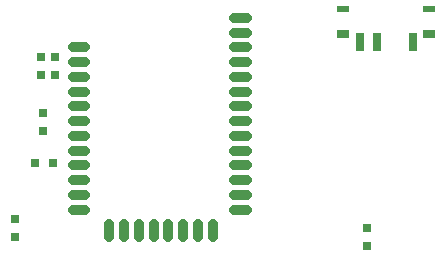
<source format=gbr>
G04 EAGLE Gerber RS-274X export*
G75*
%MOMM*%
%FSLAX34Y34*%
%LPD*%
%INSolderpaste Top*%
%IPPOS*%
%AMOC8*
5,1,8,0,0,1.08239X$1,22.5*%
G01*
%ADD10C,0.863600*%
%ADD11R,0.800000X0.800000*%
%ADD12R,0.700000X1.500000*%
%ADD13R,1.000000X0.600000*%
%ADD14R,1.000000X0.800000*%


D10*
X198720Y17714D02*
X198720Y28128D01*
X211217Y28128D02*
X211217Y17714D01*
X223714Y17714D02*
X223714Y28128D01*
X236210Y28128D02*
X236210Y17714D01*
X248707Y17714D02*
X248707Y28128D01*
X261204Y28128D02*
X261204Y17714D01*
X273701Y17714D02*
X273701Y28128D01*
X286197Y28128D02*
X286197Y17714D01*
X178527Y177861D02*
X168113Y177861D01*
X168113Y165364D02*
X178527Y165364D01*
X178527Y152867D02*
X168113Y152867D01*
X168113Y140370D02*
X178527Y140370D01*
X178527Y127873D02*
X168113Y127873D01*
X168113Y115377D02*
X178527Y115377D01*
X178527Y102880D02*
X168113Y102880D01*
X168113Y90383D02*
X178527Y90383D01*
X178527Y77886D02*
X168113Y77886D01*
X168113Y65389D02*
X178527Y65389D01*
X178527Y52893D02*
X168113Y52893D01*
X168113Y40396D02*
X178527Y40396D01*
X304511Y40447D02*
X314925Y40447D01*
X314925Y52943D02*
X304511Y52943D01*
X304511Y65440D02*
X314925Y65440D01*
X314925Y77937D02*
X304511Y77937D01*
X304511Y90434D02*
X314925Y90434D01*
X314925Y102930D02*
X304511Y102930D01*
X304511Y115427D02*
X314925Y115427D01*
X314925Y127924D02*
X304511Y127924D01*
X304511Y140421D02*
X314925Y140421D01*
X314925Y152918D02*
X304511Y152918D01*
X304511Y165414D02*
X314925Y165414D01*
X314925Y177911D02*
X304511Y177911D01*
X304511Y190408D02*
X314925Y190408D01*
X314925Y202905D02*
X304511Y202905D01*
D11*
X417110Y24830D03*
X417110Y9590D03*
X142140Y107100D03*
X142140Y122340D03*
X119140Y16950D03*
X119140Y32190D03*
X140560Y169660D03*
X140560Y154420D03*
X153100Y170060D03*
X153100Y154820D03*
X135590Y79860D03*
X150830Y79860D03*
D12*
X410570Y182680D03*
X425570Y182680D03*
X455570Y182680D03*
D13*
X396570Y210180D03*
D14*
X396570Y189180D03*
D13*
X469570Y210180D03*
D14*
X469570Y189180D03*
M02*

</source>
